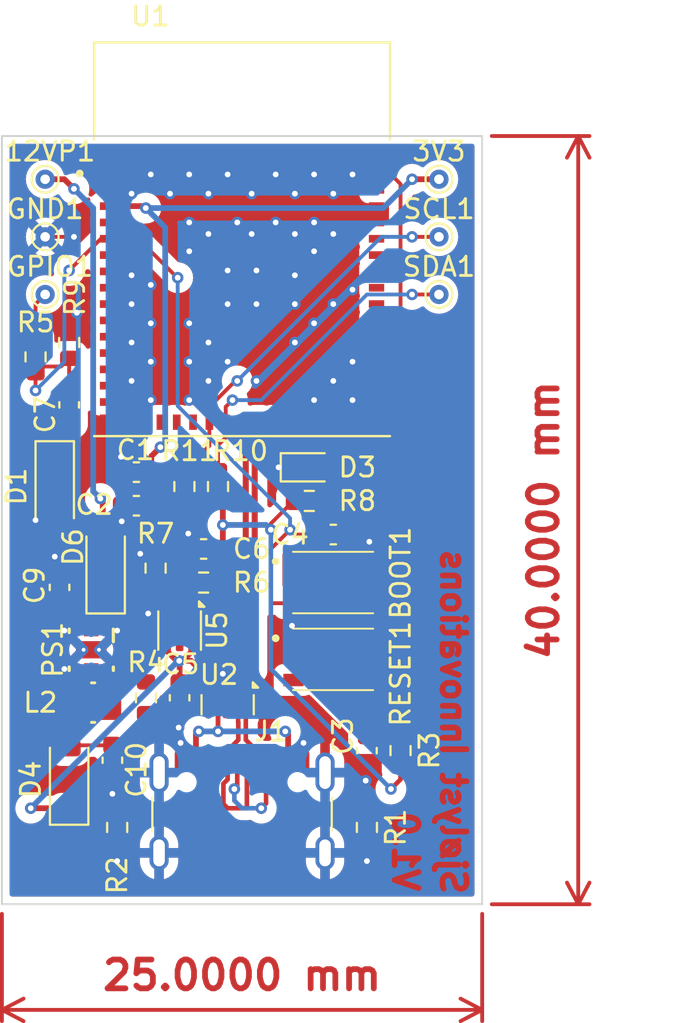
<source format=kicad_pcb>
(kicad_pcb (version 20240108) (generator "pcbnew") (generator_version "8.0")
  (layers (0 "F.Cu" signal) (31 "B.Cu" signal) (34 "B.Paste" user) (35 "F.Paste" user) (36 "B.SilkS" user "B.Silkscreen") (37 "F.SilkS" user "F.Silkscreen") (38 "B.Mask" user) (39 "F.Mask" user) (44 "Edge.Cuts" user))
  (net 0 "")
  (net 1 "GND")
  (net 2 "/ESP32_EN")
  (net 3 "/GPIO0")
  (net 4 "/USB_P")
  (net 5 "/3V3")
  (net 6 "/12V_P")
  (net 7 "Net-(D3-A)")
  (net 8 "/GPIO1")
  (net 9 "/I2C_SDA")
  (net 10 "/I2C_SCL")
  (net 11 "Net-(U5-FB)")
  (net 14 "/USB_N")
  (net 16 "Net-(J1-CC2)")
  (net 17 "Net-(J1-CC1)")
  (net 53 "/5V_USB")
  (net 54 "Net-(D6-K)")
  (net 55 "Net-(D4-A)")
  (net 56 "Net-(PS1-SW)")
  (net 57 "Net-(PS1-PG)")
  (net 58 "Net-(D1-K)")
  (net 59 "Net-(GPIO1-Pad1)")
  (footprint "Resistor_SMD:R_0603_1608Metric" (layer "F.Cu") (at 148 104.5 -90)
    (property "Reference" "R7")
    (property "Value" "200K" (hide yes))
  )
  (footprint "Capacitor_SMD:C_0603_1608Metric" (layer "F.Cu") (at 149.25 111.25 -90)
    (property "Reference" "C5")
    (property "Value" "10uF" (hide yes))
  )
  (footprint "TestPoint:TestPoint_THTPad_D1.0mm_Drill0.5mm" (layer "F.Cu") (at 142.25 87.25)
    (property "Reference" "GND1")
    (property "Value" "~" (hide yes))
  )
  (footprint "Resistor_SMD:R_0603_1608Metric" (layer "F.Cu") (at 147.5 111.25 -90)
    (property "Reference" "R4")
    (property "Value" "100k" (hide yes))
  )
  (footprint "Diode_SMD:D_SOD-123" (layer "F.Cu") (at 143.5 115.5 90)
    (property "Reference" "D4")
    (property "Value" "B5817W" (hide yes))
  )
  (footprint "TestPoint:TestPoint_THTPad_D1.0mm_Drill0.5mm" (layer "F.Cu") (at 162.75 90.25)
    (property "Reference" "SDA1")
    (property "Value" "~" (hide yes))
  )
  (footprint "Capacitor_SMD:C_0603_1608Metric" (layer "F.Cu") (at 147 101.25 180)
    (property "Reference" "C2")
    (property "Value" "10uF" (hide yes))
  )
  (footprint "Capacitor_SMD:C_0603_1608Metric" (layer "F.Cu") (at 150.5 103.5 180)
    (property "Reference" "C6")
    (property "Value" "10uF" (hide yes))
  )
  (footprint "ESP32_S3_MINI_1_N8:XCVR_ESP32-S3-MINI-1-N8" (layer "F.Cu") (at 152.5 89.9)
    (property "Reference" "U1")
    (property "Value" "ESP32-S3-MINI-1-N8" (hide yes))
  )
  (footprint "PTS810SJK250SMTRLFS:PTS810SJG250SMTRLFS" (layer "F.Cu") (at 157.25 109.25)
    (property "Reference" "RESET1")
    (property "Value" "PTS810SJM250SMTRLFS" (hide yes))
  )
  (footprint "Resistor_SMD:R_0603_1608Metric" (layer "F.Cu") (at 150.5 105.25)
    (property "Reference" "R6")
    (property "Value" "1M" (hide yes))
  )
  (footprint "Resistor_SMD:R_0603_1608Metric" (layer "F.Cu") (at 159 118 -90)
    (property "Reference" "R1")
    (property "Value" "5.1k" (hide yes))
  )
  (footprint "Resistor_SMD:R_0603_1608Metric" (layer "F.Cu") (at 149.5 100.25 -90)
    (property "Reference" "R11")
    (property "Value" "10k" (hide yes))
  )
  (footprint "Package_DFN_QFN:Diodes_UDFN-10_1.0x2.5mm_P0.5mm" (layer "F.Cu") (at 151.75 111.6125 -90)
    (property "Reference" "U2")
    (property "Value" "D3V3XA4B10LP" (hide yes))
  )
  (footprint "Resistor_SMD:R_0603_1608Metric" (layer "F.Cu") (at 146 118 -90)
    (property "Reference" "R2")
    (property "Value" "5.1k" (hide yes))
  )
  (footprint "Capacitor_SMD:C_0603_1608Metric" (layer "F.Cu") (at 143.5 96 -90)
    (property "Reference" "C7")
    (property "Value" "0.1uF" (hide yes))
  )
  (footprint "Diode_SMD:D_SOD-123" (layer "F.Cu") (at 142.75 100.25 -90)
    (property "Reference" "D1")
    (property "Value" "MM1Z3V3" (hide yes))
  )
  (footprint "Capacitor_SMD:C_0603_1608Metric" (layer "F.Cu") (at 159 114 -90)
    (property "Reference" "C3")
    (property "Value" "0.1uF" (hide yes))
  )
  (footprint "Resistor_SMD:R_0603_1608Metric" (layer "F.Cu") (at 156 101)
    (property "Reference" "R8")
    (property "Value" "5.1k" (hide yes))
  )
  (footprint "Resistor_SMD:R_0603_1608Metric" (layer "F.Cu") (at 160.75 114 -90)
    (property "Reference" "R3")
    (property "Value" "5.1k" (hide yes))
  )
  (footprint "Diode_SMD:D_SOD-123" (layer "F.Cu") (at 145.4 104.5 90)
    (property "Reference" "D6")
    (property "Value" "B5817W" (hide yes))
  )
  (footprint "Resistor_SMD:R_0603_1608Metric" (layer "F.Cu") (at 141.75 93.5 -90)
    (property "Reference" "R5")
    (property "Value" "33k" (hide yes))
  )
  (footprint "TestPoint:TestPoint_THTPad_D1.0mm_Drill0.5mm" (layer "F.Cu") (at 162.75 87.25)
    (property "Reference" "SCL1")
    (property "Value" "~" (hide yes))
  )
  (footprint "Resistor_SMD:R_0603_1608Metric" (layer "F.Cu") (at 151.25 100.25 -90)
    (property "Reference" "R10")
    (property "Value" "10k" (hide yes))
  )
  (footprint "LED_SMD:LED_0603_1608Metric" (layer "F.Cu") (at 156 99.25)
    (property "Reference" "D3")
    (property "Value" "LED" (hide yes))
  )
  (footprint "Capacitor_SMD:C_0603_1608Metric" (layer "F.Cu") (at 145.75 114.5 -90)
    (property "Reference" "C10")
    (property "Value" "22uF" (hide yes))
  )
  (footprint "TestPoint:TestPoint_THTPad_D1.0mm_Drill0.5mm" (layer "F.Cu") (at 162.75 84.25)
    (property "Reference" "3V3")
    (property "Value" "~" (hide yes))
  )
  (footprint "Resistor_SMD:R_0603_1608Metric" (layer "F.Cu") (at 143.5 92.75 -90)
    (property "Reference" "R9")
    (property "Value" "10k" (hide yes))
  )
  (footprint "Capacitor_SMD:C_0603_1608Metric" (layer "F.Cu") (at 157.25 102.75)
    (property "Reference" "C4")
    (property "Value" "0.1uF" (hide yes))
  )
  (footprint "PTS810SJK250SMTRLFS:PTS810SJG250SMTRLFS" (layer "F.Cu") (at 157.25 105.25)
    (property "Reference" "BOOT1")
    (property "Value" "PTS810SJM250SMTRLFS" (hide yes))
  )
  (footprint "TestPoint:TestPoint_THTPad_D1.0mm_Drill0.5mm" (layer "F.Cu") (at 142.25 90.25)
    (property "Reference" "GPIO1")
    (property "Value" "~" (hide yes))
  )
  (footprint "TPS62163DSGR-1:DSG0008A" (layer "F.Cu") (at 144.649999 108.75 -90)
    (property "Reference" "PS1")
    (property "Value" "TPS62163DSGR" (hide yes))
  )
  (footprint "TestPoint:TestPoint_THTPad_D1.0mm_Drill0.5mm" (layer "F.Cu") (at 142.25 84.25)
    (property "Reference" "12VP1")
    (property "Value" "~" (hide yes))
  )
  (footprint "Capacitor_SMD:C_0603_1608Metric" (layer "F.Cu") (at 147 99.5 180)
    (property "Reference" "C1")
    (property "Value" "0.1uF" (hide yes))
  )
  (footprint "Connector_USB:USB_C_Receptacle_GCT_USB4105-xx-A_16P_TopMnt_Horizontal" (layer "F.Cu") (at 152.5 118.25)
    (property "Reference" "J1")
    (property "Value" "USB_C_Receptacle_USB2.0_16P" (hide yes))
  )
  (footprint "Capacitor_SMD:C_0603_1608Metric" (layer "F.Cu") (at 143 105.5 90)
    (property "Reference" "C9")
    (property "Value" "10uF" (hide yes))
  )
  (footprint "CIGT201610LM2R2MNE:RES_CIGT201610_SAM" (layer "F.Cu") (at 144.75 111.5 180)
    (property "Reference" "L2")
    (property "Value" "2.2uH" (hide yes))
  )
  (footprint "Package_SON:WSON-6-1EP_2x2mm_P0.65mm_EP1x1.6mm" (layer "F.Cu") (at 149.25 107.75 -90)
    (property "Reference" "U5")
    (property "Value" "TLV75801PDRVR" (hide yes))
  )
  (gr_rect (start 140 82) (end 165 122) (stroke (width 0.1)) (fill none) (layer "Edge.Cuts"))
  (gr_text "Sjølyst Innovations" (at 163.5 112.5 270) (layer "B.Cu" knockout) (effects (font (size 1.25 1.25) (thickness 0.3) (bold yes)) (justify mirror)))
  (gr_text "V1.0" (at 161 119.25 270) (layer "B.Cu" knockout) (effects (font (size 1.25 1.25) (thickness 0.3) (bold yes)) (justify mirror)))
  (dimension (type aligned) (layer "F.Cu") (pts (xy 165 82) (xy 165 122)) (height -5) (gr_text "40.0000 mm" (at 168.2 102 90) (layer "F.Cu") (effects (font (size 1.5 1.5) (thickness 0.3)))) (format (prefix "") (suffix "") (units 3) (units_format 1) (precision 4)) (style (thickness 0.2) (arrow_length 1.27) (text_position_mode 0) (extension_height 0.58642) (extension_offset 0.5) keep_text_aligned))
  (dimension (type aligned) (layer "F.Cu") (pts (xy 140 122) (xy 165 122)) (height 5.499999) (gr_text "25.0000 mm" (at 152.5 125.699999 0) (layer "F.Cu") (effects (font (size 1.5 1.5) (thickness 0.3)))) (format (prefix "") (suffix "") (units 3) (units_format 1) (precision 4)) (style (thickness 0.2) (arrow_length 1.27) (text_position_mode 0) (extension_height 0.58642) (extension_offset 0.5) keep_text_aligned))
  (segment (start 145.449999 107.75) (end 145.4 107.799999) (width 0.3) (layer "F.Cu") (net 1))
  (segment (start 146 107.75) (end 145.449999 107.75) (width 0.3) (layer "F.Cu") (net 1))
  (segment (start 146.2 98.7) (end 146.225 98.725) (width 0.2) (layer "F.Cu") (net 1))
  (segment (start 159.325 108.175) (end 155.175 108.175) (width 0.2) (layer "F.Cu") (net 1))
  (segment (start 159.325 103.325) (end 159.325 104.175) (width 0.2) (layer "F.Cu") (net 1))
  (segment (start 141.75 102) (end 141.85 101.9) (width 0.2) (layer "F.Cu") (net 1))
  (segment (start 149.3 113.6) (end 149.3 114.57) (width 0.2) (layer "F.Cu") (net 1))
  (segment (start 158.75 102.75) (end 158.025 102.75) (width 0.2) (layer "F.Cu") (net 1))
  (segment (start 159 114.775) (end 159 115.5) (width 0.2) (layer "F.Cu") (net 1))
  (segment (start 142.75 103.9) (end 143 104.15) (width 0.3) (layer "F.Cu") (net 1))
  (segment (start 147.925 103.75) (end 148 103.675) (width 0.2) (layer "F.Cu") (net 1))
  (segment (start 143.25 109.75) (end 143.850002 109.75) (width 0.3) (layer "F.Cu") (net 1))
  (segment (start 155.1 107.5) (end 155.1 108.1) (width 0.2) (layer "F.Cu") (net 1))
  (segment (start 149.725 102.725) (end 149.725 103.5) (width 0.2) (layer "F.Cu") (net 1))
  (segment (start 143.850002 107.75) (end 143.899999 107.799997) (width 0.3) (layer "F.Cu") (net 1))
  (segment (start 149.25 107.75) (end 148.6 107.1) (width 0.3) (layer "F.Cu") (net 1))
  (segment (start 148.6 107.1) (end 148.6 106.8625) (width 0.3) (layer "F.Cu") (net 1))
  (segment (start 159 119.75) (end 159 118.825) (width 0.2) (layer "F.Cu") (net 1))
  (segment (start 143.5 91.6) (end 143.5 91.925) (width 0.2) (layer "F.Cu") (net 1))
  (segment (start 155.175 104.175) (end 159.325 104.175) (width 0.2) (layer "F.Cu") (net 1))
  (segment (start 159 115.5) (end 158.936593 115.563407) (width 0.2) (layer "F.Cu") (net 1))
  (segment (start 143.9 91.2) (end 143.5 91.6) (width 0.2) (layer "F.Cu") (net 1))
  (segment (start 154.4 99.25) (end 155.2125 99.25) (width 0.2) (layer "F.Cu") (net 1))
  (segment (start 155.7 113.6) (end 155.7 114.57) (width 0.2) (layer "F.Cu") (net 1))
  (segment (start 151.75 112.025) (end 151.75 111.2625) (width 0.2) (layer "F.Cu") (net 1))
  (segment (start 151.75 110.25) (end 151.75 111.2625) (width 0.2) (layer "F.Cu") (net 1))
  (segment (start 146.236936 102.062573) (end 146.225 102.050637) (width 0.2) (layer "F.Cu") (net 1))
  (segment (start 149.2 112.8) (end 149.2 112.075) (width 0.3) (layer "F.Cu") (net 1))
  (segment (start 146 119.75) (end 146 118.825) (width 0.2) (layer "F.Cu") (net 1))
  (segment (start 159.125 103.125) (end 158.75 102.75) (width 0.2) (layer "F.Cu") (net 1))
  (segment (start 146.225 98.725) (end 146.225 99.5) (width 0.2) (layer "F.Cu") (net 1))
  (segment (start 149.2 112.075) (end 149.25 112.025) (width 0.3) (layer "F.Cu") (net 1))
  (segment (start 143 104.15) (end 143 104.725) (width 0.3) (layer "F.Cu") (net 1))
  (segment (start 143.75 87.25) (end 142.25 87.25) (width 0.2) (layer "F.Cu") (net 1))
  (segment (start 145.75 116.25) (end 145.75 115.275) (width 0.2) (layer "F.Cu") (net 1))
  (segment (start 155.1 108.1) (end 155.175 108.175) (width 0.2) (layer "F.Cu") (net 1))
  (segment (start 159.125 103.125) (end 159.325 103.325) (width 0.2) (layer "F.Cu") (net 1))
  (segment (start 143.850002 109.75) (end 143.899999 109.700003) (width 0.3) (layer "F.Cu") (net 1))
  (segment (start 146.225 102.050637) (end 146.225 101.25) (width 0.2) (layer "F.Cu") (net 1))
  (segment (start 143.25 107.75) (end 143.850002 107.75) (width 0.3) (layer "F.Cu") (net 1))
  (segment (start 141.85 101.9) (end 142.75 101.9) (width 0.2) (layer "F.Cu") (net 1))
  (segment (start 147.6125 106.8625) (end 148.6 106.8625) (width 0.3) (layer "F.Cu") (net 1))
  (segment (start 149.7 102.7) (end 149.725 102.725) (width 0.2) (layer "F.Cu") (net 1))
  (segment (start 147.2 103.75) (end 147.925 103.75) (width 0.2) (layer "F.Cu") (net 1))
  (segment (start 151.5 110) (end 151.75 110.25) (width 0.2) (layer "F.Cu") (net 1))
  (via (at 146.75 94.75) (size 0.6) (drill 0.3) (layers "F.Cu" "B.Cu") (net 1))
  (via (at 155.1 107.5) (size 0.6) (drill 0.3) (layers "F.Cu" "B.Cu") (net 1))
  (via (at 156.25 84) (size 0.6) (drill 0.3) (layers "F.Cu" "B.Cu") (net 1))
  (via (at 153.25 94.75) (size 0.6) (drill 0.3) (layers "F.Cu" "B.Cu") (net 1))
  (via (at 157.25 94.75) (size 0.6) (drill 0.3) (layers "F.Cu" "B.Cu") (net 1))
  (via (at 150.75 87.1) (size 0.6) (drill 0.3) (layers "F.Cu" "B.Cu") (net 1))
  (via (at 153.25 90.75) (size 0.6) (drill 0.3) (layers "F.Cu" "B.Cu") (net 1))
  (via (at 155.25 90.75) (size 0.6) (drill 0.3) (layers "F.Cu" "B.Cu") (net 1))
  (via (at 157.25 85) (size 0.6) (drill 0.3) (layers "F.Cu" "B.Cu") (net 1))
  (via (at 158.25 84) (size 0.6) (drill 0.3) (layers "F.Cu" "B.Cu") (net 1))
  (via (at 153 87.1) (size 0.6) (drill 0.3) (layers "F.Cu" "B.Cu") (net 1))
  (via (at 154.4 99.25) (size 0.6) (drill 0.3) (layers "F.Cu" "B.Cu") (net 1))
  (via (at 149.75 84) (size 0.6) (drill 0.3) (layers "F.Cu" "B.Cu") (net 1))
  (via (at 156.25 88) (size 0.6) (drill 0.3) (layers "F.Cu" "B.Cu") (net 1))
  (via (at 149.3 113.6) (size 0.6) (drill 0.3) (layers "F.Cu" "B.Cu") (net 1))
  (via (at 149.7 102.7) (size 0.6) (drill 0.3) (layers "F.Cu" "B.Cu") (net 1))
  (via (at 155.25 87.1) (size 0.6) (drill 0.3) (layers "F.Cu" "B.Cu") (net 1))
  (via (at 155.25 89.25) (size 0.6) (drill 0.3) (layers "F.Cu" "B.Cu") (net 1))
  (via (at 156.25 86.5) (size 0.6) (drill 0.3) (layers "F.Cu" "B.Cu") (net 1))
  (via (at 149.75 86.5) (size 0.6) (drill 0.3) (layers "F.Cu" "B.Cu") (net 1))
  (via (at 153 85) (size 0.6) (drill 0.3) (layers "F.Cu" "B.Cu") (net 1))
  (via (at 158.25 90) (size 0.6) (drill 0.3) (layers "F.Cu" "B.Cu") (net 1))
  (via (at 158.25 93.75) (size 0.6) (drill 0.3) (layers "F.Cu" "B.Cu") (net 1))
  (via (at 155.7 113.6) (size 0.6) (drill 0.3) (layers "F.Cu" "B.Cu") (net 1))
  (via (at 146.2 98.7) (size 0.6) (drill 0.3) (layers "F.Cu" "B.Cu") (net 1))
  (via (at 156.25 95.75) (size 0.6) (drill 0.3) (layers "F.Cu" "B.Cu") (net 1))
  (via (at 148.75 85) (size 0.6) (drill 0.3) (layers "F.Cu" "B.Cu") (net 1))
  (via (at 146 107.75) (size 0.6) (drill 0.3) (layers "F.Cu" "B.Cu") (net 1))
  (via (at 149.75 95.75) (size 0.6) (drill 0.3) (layers "F.Cu" "B.Cu") (net 1))
  (via (at 149.2 112.8) (size 0.6) (drill 0.3) (layers "F.Cu" "B.Cu") (net 1))
  (via (at 150.75 94.75) (size 0.6) (drill 0.3) (layers "F.Cu" "B.Cu") (net 1))
  (via (at 146.75 92.75) (size 0.6) (drill 0.3) (layers "F.Cu" "B.Cu") (net 1))
  (via (at 155.25 92.75) (size 0.6) (drill 0.3) (layers "F.Cu" "B.Cu") (net 1))
  (via (at 147.75 95.75) (size 0.6) (drill 0.3) (layers "F.Cu" "B.Cu") (net 1))
  (via (at 155.25 85) (size 0.6) (drill 0.3) (layers "F.Cu" "B.Cu") (net 1))
  (via (at 142.75 103.9) (size 0.6) (drill 0.3) (layers "F.Cu" "B.Cu") (net 1))
  (via (at 151.75 93.75) (size 0.6) (drill 0.3) (layers "F.Cu" "B.Cu") (net 1))
  (via (at 146.75 85) (size 0.6) (drill 0.3) (layers "F.Cu" "B.Cu") (net 1))
  (via (at 146.236936 102.062573) (size 0.6) (drill 0.3) (layers "F.Cu" "B.Cu") (net 1))
  (via (at 158.936593 115.563407) (size 0.6) (drill 0.3) (layers "F.Cu" "B.Cu") (net 1))
  (via (at 157.25 87.1) (size 0.6) (drill 0.3) (layers "F.Cu" "B.Cu") (net 1))
  (via (at 151.5 110) (size 0.6) (drill 0.3) (layers "F.Cu" "B.Cu") (net 1))
  (via (at 147.75 91.75) (size 0.6) (drill 0.3) (layers "F.Cu" "B.Cu") (net 1))
  (via (at 141.75 102) (size 0.6) (drill 0.3) (layers "F.Cu" "B.Cu") (net 1))
  (via (at 147.2 103.75) (size 0.6) (drill 0.3) (layers "F.Cu" "B.Cu") (net 1))
  (via (at 151.75 89) (size 0.6) (drill 0.3) (layers "F.Cu" "B.Cu") (net 1))
  (via (at 157.25 90.75) (size 0.6) (drill 0.3) (layers "F.Cu" "B.Cu") (net 1))
  (via (at 147.75 84) (size 0.6) (drill 0.3) (layers "F.Cu" "B.Cu") (net 1))
  (via (at 159 119.75) (size 0.6) (drill 0.3) (layers "F.Cu" "B.Cu") (net 1))
  (via (at 150.75 92.75) (size 0.6) (drill 0.3) (layers "F.Cu" "B.Cu") (net 1))
  (via (at 143.25 109.75) (size 0.6) (drill 0.3) (layers "F.Cu" "B.Cu") (net 1))
  (via (at 154.25 84) (size 0.6) (drill 0.3) (layers "F.Cu" "B.Cu") (net 1))
  (via (at 151.75 84) (size 0.6) (drill 0.3) (layers "F.Cu" "B.Cu") (net 1))
  (via (at 143.75 87.25) (size 0.6) (drill 0.3) (layers "F.Cu" "B.Cu") (net 1))
  (via (at 159.125 103.125) (size 0.6) (drill 0.3) (layers "F.Cu" "B.Cu") (net 1))
  (via (at 145.75 116.25) (size 0.6) (drill 0.3) (layers "F.Cu" "B.Cu") (net 1))
  (via (at 147.75 89.75) (size 0.6) (drill 0.3) (layers "F.Cu" "B.Cu") (net 1))
  (via (at 158.25 95.75) (size 0.6) (drill 0.3) (layers "F.Cu" "B.Cu") (net 1))
  (via (at 147.6125 106.8625) (size 0.6) (drill 0.3) (layers "F.Cu" "B.Cu") (net 1))
  (via (at 146 119.75) (size 0.6) (drill 0.3) (layers "F.Cu" "B.Cu") (net 1))
  (via (at 151.75 90.75) (size 0.6) (drill 0.3) (layers "F.Cu" "B.Cu") (net 1))
  (via (at 153.25 89) (size 0.6) (drill 0.3) (layers "F.Cu" "B.Cu") (net 1))
  (via (at 150.75 85) (size 0.6) (drill 0.3) (layers "F.Cu" "B.Cu") (net 1))
  (via (at 147.75 93.75) (size 0.6) (drill 0.3) (layers "F.Cu" "B.Cu") (net 1))
  (via (at 154.25 86.5) (size 0.6) (drill 0.3) (layers "F.Cu" "B.Cu") (net 1))
  (via (at 149.75 93.75) (size 0.6) (drill 0.3) (layers "F.Cu" "B.Cu") (net 1))
  (via (at 146.75 89.25) (size 0.6) (drill 0.3) (layers "F.Cu" "B.Cu") (net 1))
  (via (at 149.75 88) (size 0.6) (drill 0.3) (layers "F.Cu" "B.Cu") (net 1))
  (via (at 143.25 107.75) (size 0.6) (drill 0.3) (layers "F.Cu" "B.Cu") (net 1))
  (via (at 152.25 86.5) (size 0.6) (drill 0.3) (layers "F.Cu" "B.Cu") (net 1))
  (via (at 143.9 91.2) (size 0.6) (drill 0.3) (layers "F.Cu" "B.Cu") (net 1))
  (via (at 149.75 91.75) (size 0.6) (drill 0.3) (layers "F.Cu" "B.Cu") (net 1))
  (via (at 146.75 90.75) (size 0.6) (drill 0.3) (layers "F.Cu" "B.Cu") (net 1))
  (via (at 156.25 91.75) (size 0.6) (drill 0.3) (layers "F.Cu" "B.Cu") (net 1))
  (segment (start 159 113.225) (end 160.7 113.225) (width 0.2) (layer "F.Cu") (net 2))
  (segment (start 160.7 113.225) (end 160.75 113.175) (width 0.2) (layer "F.Cu") (net 2))
  (segment (start 160.2 83.95) (end 159.5 83.95) (width 0.2) (layer "F.Cu") (net 2))
  (segment (start 160.75 84.5) (end 160.2 83.95) (width 0.2) (layer "F.Cu") (net 2))
  (segment (start 160.75 109.4) (end 160.75 84.5) (width 0.2) (layer "F.Cu") (net 2))
  (segment (start 155.175 110.325) (end 156.1 110.325) (width 0.2) (layer "F.Cu") (net 2))
  (segment (start 159.825 110.325) (end 160.75 109.4) (width 0.2) (layer "F.Cu") (net 2))
  (segment (start 155.175 110.325) (end 159.325 110.325) (width 0.2) (layer "F.Cu") (net 2))
  (segment (start 156.1 110.325) (end 159 113.225) (width 0.2) (layer "F.Cu") (net 2))
  (segment (start 159.325 110.325) (end 159.825 110.325) (width 0.2) (layer "F.Cu") (net 2))
  (segment (start 155.175 106.325) (end 159.325 106.325) (width 0.2) (layer "F.Cu") (net 3))
  (segment (start 155.175 106.325) (end 154.075 106.325) (width 0.2) (layer "F.Cu") (net 3))
  (segment (start 155 102.5) (end 155.25 102.75) (width 0.2) (layer "F.Cu") (net 3))
  (segment (start 154 103.5) (end 155 102.5) (width 0.2) (layer "F.Cu") (net 3))
  (segment (start 149.15 89.375) (end 149.125 89.375) (width 0.2) (layer "F.Cu") (net 3))
  (segment (start 149.125 89.375) (end 146.25 86.5) (width 0.2) (layer "F.Cu") (net 3))
  (segment (start 146.25 86.5) (end 145.5 86.5) (width 0.2) (layer "F.Cu") (net 3))
  (segment (start 154 106.25) (end 154 103.5) (width 0.2) (layer "F.Cu") (net 3))
  (segment (start 155.25 102.75) (end 156.475 102.75) (width 0.2) (layer "F.Cu") (net 3))
  (segment (start 154.075 106.325) (end 154 106.25) (width 0.2) (layer "F.Cu") (net 3))
  (via (at 155 102.5) (size 0.6) (drill 0.3) (layers "F.Cu" "B.Cu") (net 3))
  (via (at 149.15 89.375) (size 0.6) (drill 0.3) (layers "F.Cu" "B.Cu") (net 3))
  (segment (start 149.15 96.05) (end 153.75 100.65) (width 0.2) (layer "B.Cu") (net 3))
  (segment (start 153.75 100.65) (end 153.75 100.651471) (width 0.2) (layer "B.Cu") (net 3))
  (segment (start 153.75 100.651471) (end 155 101.901471) (width 0.2) (layer "B.Cu") (net 3))
  (segment (start 149.15 89.375) (end 149.15 96.05) (width 0.2) (layer "B.Cu") (net 3))
  (segment (start 155 101.901471) (end 155 102.5) (width 0.2) (layer "B.Cu") (net 3))
  (segment (start 152.75 112) (end 152.75 111.225) (width 0.25) (layer "F.Cu") (net 4))
  (segment (start 153.35 96.9) (end 153.35 97.500001) (width 0.3152) (layer "F.Cu") (net 4))
  (segment (start 153.1576 97.692401) (end 153.1576 109.8424) (width 0.3152) (layer "F.Cu") (net 4))
  (segment (start 153.5 117) (end 153.75 116.75) (width 0.24) (layer "F.Cu") (net 4))
  (segment (start 152.695 112.055) (end 152.695 113.440001) (width 0.24) (layer "F.Cu") (net 4))
  (segment (start 153.75 116.75) (end 153.75 115.67741) (width 0.24) (layer "F.Cu") (net 4))
  (segment (start 152.695 113.440001) (end 152.754999 113.5) (width 0.24) (layer "F.Cu") (net 4))
  (segment (start 153.25 114.57) (end 153.25 113.995001) (width 0.24) (layer "F.Cu") (net 4))
  (segment (start 152.75 111.225) (end 152.75 110.25) (width 0.3152) (layer "F.Cu") (net 4))
  (segment (start 153.1576 109.8424) (end 152.75 110.25) (width 0.3152) (layer "F.Cu") (net 4))
  (segment (start 153.721718 115.67741) (end 153.75 115.67741) (width 0.24) (layer "F.Cu") (net 4))
  (segment (start 152.25 115.85) (end 152.25 114.57) (width 0.24) (layer "F.Cu") (net 4))
  (segment (start 153.25 115.205692) (end 153.721718 115.67741) (width 0.24) (layer "F.Cu") (net 4))
  (segment (start 152.695 112.055) (end 152.75 112) (width 0.24) (layer "F.Cu") (net 4))
  (segment (start 153.25 113.995001) (end 152.754999 113.5) (width 0.24) (layer "F.Cu") (net 4))
  (segment (start 153.35 97.500001) (end 153.1576 97.692401) (width 0.3152) (layer "F.Cu") (net 4))
  (segment (start 152.1 116) (end 152.25 115.85) (width 0.24) (layer "F.Cu") (net 4))
  (segment (start 153.25 114.57) (end 153.25 115.205692) (width 0.24) (layer "F.Cu") (net 4))
  (via (at 152.1 116) (size 0.6) (drill 0.3) (layers "F.Cu" "B.Cu") (net 4))
  (via (at 153.5 117) (size 0.6) (drill 0.3) (layers "F.Cu" "B.Cu") (net 4))
  (segment (start 152.1 116.6) (end 152.5 117) (width 0.24) (layer "B.Cu") (net 4))
  (segment (start 152.1 116) (end 152.1 116.6) (width 0.24) (layer "B.Cu") (net 4))
  (segment (start 152.5 117) (end 153.5 117) (width 0.24) (layer "B.Cu") (net 4))
  (segment (start 151.5 101.325) (end 151.25 101.075) (width 0.3) (layer "F.Cu") (net 5))
  (segment (start 149.9 106.8625) (end 149.9625 106.8625) (width 0.2) (layer "F.Cu") (net 5))
  (segment (start 161.35 84.25) (end 162.75 84.25) (width 0.3) (layer "F.Cu") (net 5))
  (segment (start 151.5 102.25) (end 151.5 101.325) (width 0.3) (layer "F.Cu") (net 5))
  (segment (start 151.5 103.475) (end 151.475 103.5) (width 0.2) (layer "F.Cu") (net 5))
  (segment (start 151.325 105.5) (end 151.325 105.25) (width 0.3) (layer "F.Cu") (net 5))
  (segment (start 147.388068 85.65) (end 145.5 85.65) (width 0.3) (layer "F.Cu") (net 5))
  (segment (start 154 102.175) (end 155.175 101) (width 0.2) (layer "F.Cu") (net 5))
  (segment (start 160.75 115.5) (end 160.75 114.825) (width 0.24) (layer "F.Cu") (net 5))
  (segment (start 147.488068 85.75) (end 147.388068 85.65) (width 0.3) (layer "F.Cu") (net 5))
  (segment (start 151.275 105.2) (end 151.325 105.25) (width 0.3) (layer "F.Cu") (net 5))
  (segment (start 147.775 98.675) (end 147.775 99.5) (width 0.3) (layer "F.Cu") (net 5))
  (segment (start 148.25 98.2) (end 147.775 98.675) (width 0.3) (layer "F.Cu") (net 5))
  (segment (start 149.325 101.25) (end 149.5 101.075) (width 0.3) (layer "F.Cu") (net 5))
  (segment (start 149.9625 106.8625) (end 151.325 105.5) (width 0.3) (layer "F.Cu") (net 5))
  (segment (start 147.775 101.25) (end 149.325 101.25) (width 0.3) (layer "F.Cu") (net 5))
  (segment (start 151.275 103.5) (end 151.275 105.2) (width 0.3) (layer "F.Cu") (net 5))
  (segment (start 154 102.5) (end 154 102.175) (width 0.2) (layer "F.Cu") (net 5))
  (segment (start 151.475 103.5) (end 151.275 103.5) (width 0.2) (layer "F.Cu") (net 5))
  (segment (start 160.25 116) (end 160.75 115.5) (width 0.24) (layer "F.Cu") (net 5))
  (segment (start 147.775 99.5) (end 147.775 101.25) (width 0.3) (layer "F.Cu") (net 5))
  (segment (start 151.25 101.075) (end 149.5 101.075) (width 0.3) (layer "F.Cu") (net 5))
  (segment (start 151.5 102.25) (end 151.5 103.475) (width 0.3) (layer "F.Cu") (net 5))
  (via (at 147.488068 85.75) (size 0.6) (drill 0.3) (layers "F.Cu" "B.Cu") (net 5))
  (via (at 151.5 102.25) (size 0.6) (drill 0.3) (layers "F.Cu" "B.Cu") (net 5))
  (via (at 160.25 116) (size 0.6) (drill 0.3) (layers "F.Cu" "B.Cu") (net 5))
  (via (at 148.25 98.2) (size 0.6) (drill 0.3) (layers "F.Cu" "B.Cu") (net 5))
  (via (at 161.35 84.25) (size 0.6) (drill 0.3) (layers "F.Cu" "B.Cu") (net 5))
  (via (at 154 102.5) (size 0.6) (drill 0.3) (layers "F.Cu" "B.Cu") (net 5))
  (segment (start 147.488068 85.75) (end 159.85 85.75) (width 0.3) (layer "B.Cu") (net 5))
  (segment (start 147.488068 85.75) (end 148.5 86.761932) (width 0.3) (layer "B.Cu") (net 5))
  (segment (start 154 109.75) (end 160.25 116) (width 0.24) (layer "B.Cu") (net 5))
  (segment (start 148.5 97.95) (end 148.25 98.2) (width 0.3) (layer "B.Cu") (net 5))
  (segment (start 154 102.5) (end 153.75 102.25) (width 0.3) (layer "B.Cu") (net 5))
  (segment (start 159.85 85.75) (end 161.35 84.25) (width 0.3) (layer "B.Cu") (net 5))
  (segment (start 153.75 102.25) (end 151.5 102.25) (width 0.3) (layer "B.Cu") (net 5))
  (segment (start 148.5 86.761932) (end 148.5 97.95) (width 0.3) (layer "B.Cu") (net 5))
  (segment (start 154 102.5) (end 154 109.75) (width 0.24) (layer "B.Cu") (net 5))
  (segment (start 143.25 84.25) (end 142.25 84.25) (width 0.3) (layer "F.Cu") (net 6))
  (segment (start 145.25 101) (end 145.25 102.7) (width 0.3) (layer "F.Cu") (net 6))
  (segment (start 145.25 102.7) (end 145.4 102.85) (width 0.3) (layer "F.Cu") (net 6))
  (segment (start 145.125 100.875) (end 145.25 101) (width 0.3) (layer "F.Cu") (net 6))
  (segment (start 143.75 84.75) (end 143.25 84.25) (width 0.3) (layer "F.Cu") (net 6))
  (via (at 145.125 100.875) (size 0.6) (drill 0.3) (layers "F.Cu" "B.Cu") (net 6))
  (via (at 143.75 84.75) (size 0.6) (drill 0.3) (layers "F.Cu" "B.Cu") (net 6))
  (segment (start 144.75 85.75) (end 143.75 84.75) (width 0.3) (layer "B.Cu") (net 6))
  (segment (start 144.75 100.5) (end 144.75 85.75) (width 0.3) (layer "B.Cu") (net 6))
  (segment (start 145.125 100.875) (end 144.75 100.5) (width 0.3) (layer "B.Cu") (net 6))
  (segment (start 156.7875 99.25) (end 156.7875 100.9625) (width 0.2) (layer "F.Cu") (net 7))
  (segment (start 156.7875 100.9625) (end 156.825 101) (width 0.2) (layer "F.Cu") (net 7))
  (segment (start 143.075 94) (end 143.5 93.575) (width 0.2) (layer "F.Cu") (net 8))
  (segment (start 143.5 89) (end 145.15 87.35) (width 0.2) (layer "F.Cu") (net 8))
  (segment (start 142.075 94) (end 143.075 94) (width 0.2) (layer "F.Cu") (net 8))
  (segment (start 141.75 94.325) (end 142.075 94) (width 0.2) (layer "F.Cu") (net 8))
  (segment (start 141.75 95.25) (end 141.75 94.325) (width 0.2) (layer "F.Cu") (net 8))
  (segment (start 145.15 87.35) (end 145.5 87.35) (width 0.2) (layer "F.Cu") (net 8))
  (segment (start 143.5 95.225) (end 143.5 93.575) (width 0.2) (layer "F.Cu") (net 8))
  (via (at 143.5 89) (size 0.6) (drill 0.3) (layers "F.Cu" "B.Cu") (net 8))
  (via (at 141.75 95.25) (size 0.6) (drill 0.3) (layers "F.Cu" "B.Cu") (net 8))
  (segment (start 143.25 93.75) (end 143.25 89.25) (width 0.2) (layer "B.Cu") (net 8))
  (segment (start 141.75 95.25) (end 143.25 93.75) (width 0.2) (layer "B.Cu") (net 8))
  (segment (start 143.25 89.25) (end 143.5 89) (width 0.2) (layer "B.Cu") (net 8))
  (segment (start 151.25 99.425) (end 151.25 98.1) (width 0.2) (layer "F.Cu") (net 9))
  (segment (start 151.25 98.1) (end 151.65 97.7) (width 0.2) (layer "F.Cu") (net 9))
  (segment (start 152 95.75) (end 151.65 96.1) (width 0.2) (layer "F.Cu") (net 9))
  (segment (start 151.65 96.1) (end 151.65 96.9) (width 0.2) (layer "F.Cu") (net 9))
  (segment (start 151.65 97.7) (end 151.65 96.9) (width 0.2) (layer "F.Cu") (net 9))
  (segment (start 161.35 90.25) (end 162.75 90.25) (width 0.2) (layer "F.Cu") (net 9))
  (via (at 152 95.75) (size 0.6) (drill 0.3) (layers "F.Cu" "B.Cu") (net 9))
  (via (at 161.35 90.25) (size 0.6) (drill 0.3) (layers "F.Cu" "B.Cu") (net 9))
  (segment (start 159 90.25) (end 153.5 95.75) (width 0.2) (layer "B.Cu") (net 9))
  (segment (start 153.5 95.75) (end 152 95.75) (width 0.2) (layer "B.Cu") (net 9))
  (segment (start 161.35 90.25) (end 159 90.25) (width 0.2) (layer "B.Cu") (net 9))
  (segment (start 152.151471 94.75) (end 150.8 96.101471) (width 0.2) (layer "F.Cu") (net 10))
  (segment (start 152.25 94.75) (end 152.151471 94.75) (width 0.2) (layer "F.Cu") (net 10))
  (segment (start 150.8 98.125) (end 150.8 96.9) (width 0.2) (layer "F.Cu") (net 10))
  (segment (start 150.8 96.101471) (end 150.8 96.9) (width 0.2) (layer "F.Cu") (net 10))
  (segment (start 149.5 99.425) (end 150.8 98.125) (width 0.2) (layer "F.Cu") (net 10))
  (segment (start 161.35 87.25) (end 162.75 87.25) (width 0.2) (layer "F.Cu") (net 10))
  (via (at 161.35 87.25) (size 0.6) (drill 0.3) (layers "F.Cu" "B.Cu") (net 10))
  (via (at 152.25 94.75) (size 0.6) (drill 0.3) (layers "F.Cu" "B.Cu") (net 10))
  (segment (start 161.35 87.25) (end 159.75 87.25) (width 0.2) (layer "B.Cu") (net 10))
  (segment (start 159.75 87.25) (end 152.25 94.75) (width 0.2) (layer "B.Cu") (net 10))
  (segment (start 149.675 105.825) (end 149.25 106.25) (width 0.2) (layer "F.Cu") (net 11))
  (segment (start 149.675 105.25) (end 149.675 105.825) (width 0.2) (layer "F.Cu") (net 11))
  (segment (start 149.25 106.25) (end 149.25 106.8625) (width 0.2) (layer "F.Cu") (net 11))
  (segment (start 148 105.325) (end 148.325 105.325) (width 0.2) (layer "F.Cu") (net 11))
  (segment (start 148.325 105.325) (end 149.25 106.25) (width 0.2) (layer "F.Cu") (net 11))
  (segment (start 151.75 117) (end 152.75 117) (width 0.24) (layer "F.Cu") (net 14))
  (segment (start 152.25 112) (end 152.25 111.225) (width 0.25) (layer "F.Cu") (net 14))
  (segment (start 151.75 115.5) (end 151.53 115.72) (width 0.24) (layer "F.Cu") (net 14))
  (segment (start 151.75 114.57) (end 151.75 113.995001) (width 0.24) (layer "F.Cu") (net 14))
  (segment (start 151.75 113.995001) (end 152.245001 113.5) (width 0.24) (layer "F.Cu") (net 14))
  (segment (start 151.53 116.78) (end 151.75 117) (width 0.24) (layer "F.Cu") (net 14))
  (segment (start 152.305 112.536494) (end 152.305 113.440001) (width 0.24) (layer "F.Cu") (net 14))
  (segment (start 152.5 97.500001) (end 152.6924 97.692401) (width 0.3152) (layer "F.Cu") (net 14))
  (segment (start 152.6924 109.629577) (end 152.25 110.071977) (width 0.3152) (layer "F.Cu") (net 14))
  (segment (start 152.305 113.440001) (end 152.245001 113.5) (width 0.24) (layer "F.Cu") (net 14))
  (segment (start 152.6924 97.692401) (end 152.6924 109.629577) (width 0.3152) (layer "F.Cu") (net 14))
  (segment (start 152.305 112.536494) (end 152.295 112.526494) (width 0.24) (layer "F.Cu") (net 14))
  (segment (start 152.295 112.526494) (end 152.295 112) (width 0.24) (layer "F.Cu") (net 14))
  (segment (start 151.75 114.57) (end 151.75 115.5) (width 0.24) (layer "F.Cu") (net 14))
  (segment (start 152.75 117) (end 152.75 114.57) (width 0.24) (layer "F.Cu") (net 14))
  (segment (start 152.25 110.071977) (end 152.25 111.225) (width 0.3152) (layer "F.Cu") (net 14))
  (segment (start 152.5 96.9) (end 152.5 97.500001) (width 0.3152) (layer "F.Cu") (net 14))
  (segment (start 151.53 115.72) (end 151.53 116.78) (width 0.24) (layer "F.Cu") (net 14))
  (segment (start 158.825 117) (end 155.861117 117) (width 0.2) (layer "F.Cu") (net 16))
  (segment (start 154.25 115.388883) (end 154.25 114.57) (width 0.2) (layer "F.Cu") (net 16))
  (segment (start 159 117.175) (end 158.825 117) (width 0.2) (layer "F.Cu") (net 16))
  (segment (start 155.861117 117) (end 154.25 115.388883) (width 0.2) (layer "F.Cu") (net 16))
  (segment (start 151.25 115.27741) (end 151.25 114.57) (width 0.2) (layer "F.Cu") (net 17))
  (segment (start 149.52741 117) (end 151.25 115.27741) (width 0.2) (layer "F.Cu") (net 17))
  (segment (start 146.175 117) (end 149.52741 117) (width 0.2) (layer "F.Cu") (net 17))
  (segment (start 146 117.175) (end 146.175 117) (width 0.2) (layer "F.Cu") (net 17))
  (segment (start 149.399999 109.325) (end 149.231018 109.325) (width 0.3) (layer "F.Cu") (net 53))
  (segment (start 149.25 109.343982) (end 149.231018 109.325) (width 0.2) (layer "F.Cu") (net 53))
  (segment (start 149.25 110.475) (end 149.25 109.343982) (width 0.3) (layer "F.Cu") (net 53))
  (segment (start 148.6 108.6375) (end 148.6 108.824999) (width 0.3) (layer "F.Cu") (net 53))
  (segment (start 150.1 113.15) (end 150.1 114.57) (width 0.3) (layer "F.Cu") (net 53))
  (segment (start 149.9 108.824999) (end 149.399999 109.325) (width 0.3) (layer "F.Cu") (net 53))
  (segment (start 151.25 112) (end 151.25 111.225) (width 0.25) (layer "F.Cu") (net 53))
  (segment (start 149.9 108.6375) (end 149.9 108.824999) (width 0.3) (layer "F.Cu") (net 53))
  (segment (start 154.9 113.15) (end 154.9 114.57) (width 0.3) (layer "F.Cu") (net 53))
  (segment (start 143.35 117) (end 143.5 117.15) (width 0.3) (layer "F.Cu") (net 53))
  (segment (start 148.6 108.824999) (end 149.100001 109.325) (width 0.3) (layer "F.Cu") (net 53))
  (segment (start 151.25 112) (end 151.25 113) (width 0.25) (layer "F.Cu") (net 53))
  (segment (start 149.100001 109.325) (end 149.231018 109.325) (width 0.2) (layer "F.Cu") (net 53))
  (segment (start 151.25 111.225) (end 151.25 110.7375) (width 0.25) (layer "F.Cu") (net 53))
  (segment (start 149.8375 109.325) (end 149.231018 109.325) (width 0.3) (layer "F.Cu") (net 53))
  (segment (start 150.25 113) (end 150.1 113.15) (width 0.3) (layer "F.Cu") (net 53))
  (segment (start 151.25 110.7375) (end 149.8375 109.325) (width 0.3) (layer "F.Cu") (net 53))
  (segment (start 154.75 113) (end 154.9 113.15) (width 0.3) (layer "F.Cu") (net 53))
  (segment (start 141.5 117) (end 143.35 117) (width 0.3) (layer "F.Cu") (net 53))
  (via (at 149.231018 109.325) (size 0.6) (drill 0.3) (layers "F.Cu" "B.Cu") (net 53))
  (via (at 141.5 117) (size 0.6) (drill 0.3) (layers "F.Cu" "B.Cu") (net 53))
  (via (at 150.25 113) (size 0.6) (drill 0.3) (layers "F.Cu" "B.Cu") (net 53))
  (via (at 154.75 113) (size 0.6) (drill 0.3) (layers "F.Cu" "B.Cu") (net 53))
  (via (at 151.25 113) (size 0.6) (drill 0.3) (layers "F.Cu" "B.Cu") (net 53))
  (segment (start 141.5 117) (end 149.175 109.325) (width 0.3) (layer "B.Cu") (net 53))
  (segment (start 149.175 109.325) (end 149.231018 109.325) (width 0.3) (layer "B.Cu") (net 53))
  (segment (start 150.25 113) (end 151.25 113) (width 0.3) (layer "B.Cu") (net 53))
  (segment (start 154.75 113) (end 151.25 113) (width 0.3) (layer "B.Cu") (net 53))
  (segment (start 144.900001 106.649999) (end 145.4 106.15) (width 0.3) (layer "F.Cu") (net 54))
  (segment (start 143 106.275) (end 145.4875 106.275) (width 0.3) (layer "F.Cu") (net 54))
  (segment (start 144.900001 107.799999) (end 144.900001 106.649999) (width 0.3) (layer "F.Cu") (net 54))
  (segment (start 144.900001 107.799999) (end 144.399999 107.799999) (width 0.3) (layer "F.Cu") (net 54))
  (segment (start 144.399999 110.325003) (end 144.399999 109.700001) (width 0.3) (layer "F.Cu") (net 55))
  (segment (start 145.75 113.725) (end 143.625 113.725) (width 0.2) (layer "F.Cu") (net 55))
  (segment (start 145.85 113.725) (end 145.75 113.725) (width 0.2) (layer "F.Cu") (net 55))
  (segment (start 143.8229 111.5) (end 143.8229 110.902102) (width 0.3) (layer "F.Cu") (net 55))
  (segment (start 143.8229 111.5) (end 143.5 111.8229) (width 0.3) (layer "F.Cu") (net 55))
  (segment (start 143.8229 111.5) (end 143.8229 111.025629) (width 0.2) (layer "F.Cu") (net 55))
  (segment (start 143.625 113.725) (end 143.5 113.85) (width 0.2) (layer "F.Cu") (net 55))
  (segment (start 143.5 111.8229) (end 143.5 113.85) (width 0.3) (layer "F.Cu") (net 55))
  (segment (start 147.5 112.075) (end 145.85 113.725) (width 0.2) (layer "F.Cu") (net 55))
  (segment (start 143.8229 110.902102) (end 144.399999 110.325003) (width 0.3) (layer "F.Cu") (net 55))
  (segment (start 143.75 112.2125) (end 144.2125 111.75) (width 0.3) (layer "F.Cu") (net 55))
  (segment (start 144.900001 109.700001) (end 144.900001 110.244069) (width 0.3) (layer "F.Cu") (net 56))
  (segment (start 145.6771 111.5) (end 145.6771 110.677099) (width 0.2) (layer "F.Cu") (net 56))
  (segment (start 145.6771 111.021168) (end 145.6771 111.5) (width 0.3) (layer "F.Cu") (net 56))
  (segment (start 144.900001 110.244069) (end 145.6771 111.021168) (width 0.3) (layer "F.Cu") (net 56))
  (segment (start 145.4 109.700001) (end 145.4 109.9) (width 0.2) (layer "F.Cu") (net 57))
  (segment (start 145.4 109.9) (end 145.75 110.25) (width 0.2) (layer "F.Cu") (net 57))
  (segment (start 145.75 110.25) (end 147.325 110.25) (width 0.2) (layer "F.Cu") (net 57))
  (segment (start 147.325 110.25) (end 147.5 110.425) (width 0.2) (layer "F.Cu") (net 57))
  (segment (start 142.75 98.6) (end 143.5 97.85) (width 0.2) (layer "F.Cu") (net 58))
  (segment (start 143.5 97.85) (end 143.5 96.775) (width 0.2) (layer "F.Cu") (net 58))
  (segment (start 141.75 92.675) (end 141.75 90.75) (width 0.2) (layer "F.Cu") (net 59))
  (segment (start 141.75 90.75) (end 142.25 90.25) (width 0.2) (layer "F.Cu") (net 59))
  (zone (net 1) (net_name "GND") (layers "F&B.Cu") (connect_pads thru_hole_only (clearance 0.5)) (min_thickness 0.25) (fill yes (thermal_gap 0.5) (thermal_bridge_width 0.5))
    (polygon (pts (xy 140.25 82.25) (xy 164.75 82.25) (xy 164.75 121.75) (xy 140.25 121.75)))
  )
)
</source>
